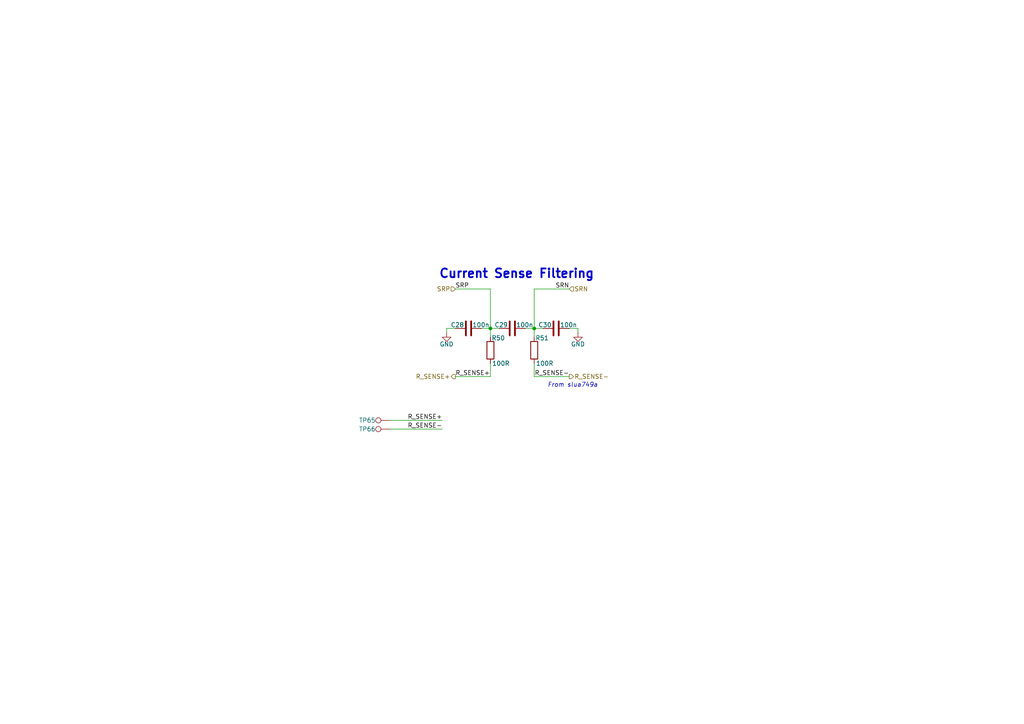
<source format=kicad_sch>
(kicad_sch (version 20250114) (generator "eeschema") (generator_version "9.0")
  (paper "A4")
  (lib_symbols
    (symbol "Connector:TestPoint" (pin_numbers (hide yes)) (pin_names (offset 0.762) (hide yes))
      (property "Reference" "TP" (at 0 6.858 0))
      (property "Value" "TestPoint" (at 0 5.08 0))
      (symbol "TestPoint_0_1"
        (circle (center 0 3.302) (radius 0.762))
      )
      (symbol "TestPoint_1_1"
        (pin passive line (at 0 0 90) (length 2.54) (name "1") (number "1"))
      )
    )
    (symbol "Device:C" (pin_numbers (hide yes)) (pin_names (offset 0.254))
      (property "Reference" "C" (at 0.635 2.54 0))
      (property "Value" "C" (at 0.635 -2.54 0))
      (symbol "C_0_1"
        (polyline (pts (xy -2.032 0.762) (xy 2.032 0.762)) (stroke (width 0.508)))
        (polyline (pts (xy -2.032 -0.762) (xy 2.032 -0.762)) (stroke (width 0.508)))
      )
      (symbol "C_1_1"
        (pin passive line (at 0 3.81 270) (length 2.794) (name "~") (number "1"))
        (pin passive line (at 0 -3.81 90) (length 2.794) (name "~") (number "2"))
      )
    )
    (symbol "Device:R" (pin_numbers (hide yes)) (pin_names (offset 0))
      (property "Reference" "R" (at 2.032 0 90))
      (property "Value" "R" (at 0 0 90))
      (symbol "R_0_1"
        (rectangle (start -1.016 -2.54) (end 1.016 2.54) (stroke (width 0.254)))
      )
      (symbol "R_1_1"
        (pin passive line (at 0 3.81 270) (length 1.27) (name "~") (number "1"))
        (pin passive line (at 0 -3.81 90) (length 1.27) (name "~") (number "2"))
      )
    )
    (symbol "power:GND" (power) (pin_numbers (hide yes)) (pin_names (offset 0) (hide yes))
      (property "Value" "GND" (at 0 -3.81 0))
      (symbol "GND_0_1"
        (polyline (pts (xy 0 0) (xy 0 -1.27) (xy 1.27 -1.27) (xy 0 -2.54) (xy -1.27 -1.27) (xy 0 -1.27)))
      )
      (symbol "GND_1_1"
        (pin power_in line (at 0 0 270) (length 0) (name "~") (number "1"))
      )
    )
  )
  (text "From slua749a" (at 166.116 111.76 0) (effects (font (size 1.27 1.27) (italic yes))))
  (text "Current Sense Filtering" (at 149.86 79.502 0) (effects (font (size 2.54 2.54) (thickness 0.508) (bold yes))))
  (junction (at 154.94 95.25))
  (junction (at 142.24 95.25))
  (wire (pts (xy 165.1 83.82) (xy 154.94 83.82)))
  (wire (pts (xy 154.94 95.25) (xy 157.48 95.25)))
  (wire (pts (xy 142.24 95.25) (xy 144.78 95.25)))
  (wire (pts (xy 154.94 109.22) (xy 165.1 109.22)))
  (wire (pts (xy 154.94 105.41) (xy 154.94 109.22)))
  (wire (pts (xy 142.24 83.82) (xy 142.24 95.25)))
  (wire (pts (xy 154.94 97.79) (xy 154.94 95.25)))
  (wire (pts (xy 132.08 109.22) (xy 142.24 109.22)))
  (wire (pts (xy 128.27 121.92) (xy 113.03 121.92)))
  (wire (pts (xy 142.24 105.41) (xy 142.24 109.22)))
  (wire (pts (xy 167.64 96.52) (xy 167.64 95.25)))
  (wire (pts (xy 165.1 95.25) (xy 167.64 95.25)))
  (wire (pts (xy 154.94 83.82) (xy 154.94 95.25)))
  (wire (pts (xy 142.24 95.25) (xy 139.7 95.25)))
  (wire (pts (xy 132.08 83.82) (xy 142.24 83.82)))
  (wire (pts (xy 129.54 96.52) (xy 129.54 95.25)))
  (wire (pts (xy 128.27 124.46) (xy 113.03 124.46)))
  (wire (pts (xy 129.54 95.25) (xy 132.08 95.25)))
  (wire (pts (xy 152.4 95.25) (xy 154.94 95.25)))
  (wire (pts (xy 142.24 97.79) (xy 142.24 95.25)))
  (label "R_SENSE-" (at 128.27 124.46 180))
  (label "R_SENSE-" (at 165.1 109.22 180))
  (label "R_SENSE+" (at 132.08 109.22 0))
  (label "SRP" (at 132.08 83.82 0))
  (label "SRN" (at 165.1 83.82 180))
  (label "R_SENSE+" (at 128.27 121.92 180))
  (hierarchical_label "R_SENSE+" (shape output) (at 132.08 109.22 180))
  (hierarchical_label "SRP" (shape input) (at 132.08 83.82 180))
  (hierarchical_label "SRN" (shape input) (at 165.1 83.82 0))
  (hierarchical_label "R_SENSE-" (shape output) (at 165.1 109.22 0))
  (symbol (lib_id "Device:C") (at 161.29 95.25 90) (unit 1)
    (property "Reference" "C30" (at 160.02 94.234 90) (effects (justify left)))
    (property "Value" "100n" (at 167.386 94.234 90) (effects (justify left)))
    (property "Footprint" "Capacitor_SMD:C_1206_3216Metric_Pad1.33x1.80mm_HandSolder" (effects (hide yes)))
    (property "Description" "Unpolarized capacitor" (effects (hide yes)))
    (property "Link" "https://mou.sr/4n9ybmQ" (effects (hide yes)))
    (property "Manufacturer Part Number" "CL31B104KBCNNNC" (effects (hide yes)))
    (property "Price per Unit" "0.11" (effects (hide yes)))
    (property "Supplier" "Mouser" (effects (hide yes)))
    (property "Supplier Part Number" "187-CL31B104KBCNNNC" (effects (hide yes)))
  )
  (symbol (lib_id "Device:R") (at 142.24 101.6 180) (unit 1)
    (property "Reference" "R50" (at 144.526 98.044 0))
    (property "Value" "100R" (at 145.288 105.41 0))
    (property "Description" "Resistor" (effects (hide yes)))
  )
  (symbol (lib_id "Device:C") (at 148.59 95.25 90) (unit 1)
    (property "Reference" "C29" (at 147.32 94.234 90) (effects (justify left)))
    (property "Value" "100n" (at 154.686 94.234 90) (effects (justify left)))
    (property "Footprint" "Capacitor_SMD:C_1206_3216Metric_Pad1.33x1.80mm_HandSolder" (effects (hide yes)))
    (property "Description" "Unpolarized capacitor" (effects (hide yes)))
    (property "Link" "https://mou.sr/4n9ybmQ" (effects (hide yes)))
    (property "Manufacturer Part Number" "CL31B104KBCNNNC" (effects (hide yes)))
    (property "Price per Unit" "0.11" (effects (hide yes)))
    (property "Supplier" "Mouser" (effects (hide yes)))
    (property "Supplier Part Number" "187-CL31B104KBCNNNC" (effects (hide yes)))
  )
  (symbol (lib_id "Connector:TestPoint") (at 113.03 121.92 90) (unit 1)
    (property "Reference" "TP65" (at 108.966 121.92 90) (effects (justify left)))
    (property "Value" "TestPoint" (effects (hide yes)))
    (property "Description" "test point" (effects (hide yes)))
  )
  (symbol (lib_id "power:GND") (at 167.64 96.52 0) (unit 1)
    (property "Reference" "#PWR025" (effects (hide yes)))
    (property "Value" "GND" (at 169.672 99.822 0) (effects (justify right)))
    (property "Description" "Power symbol creates a global label with name \"GND\" , ground" (effects (hide yes)))
  )
  (symbol (lib_id "Device:R") (at 154.94 101.6 180) (unit 1)
    (property "Reference" "R51" (at 157.226 98.044 0))
    (property "Value" "100R" (at 157.988 105.41 0))
    (property "Description" "Resistor" (effects (hide yes)))
  )
  (symbol (lib_id "Connector:TestPoint") (at 113.03 124.46 90) (unit 1)
    (property "Reference" "TP66" (at 108.966 124.46 90) (effects (justify left)))
    (property "Value" "TestPoint" (effects (hide yes)))
    (property "Description" "test point" (effects (hide yes)))
  )
  (symbol (lib_id "Device:C") (at 135.89 95.25 90) (unit 1)
    (property "Reference" "C28" (at 134.62 94.234 90) (effects (justify left)))
    (property "Value" "100n" (at 141.986 94.234 90) (effects (justify left)))
    (property "Footprint" "Capacitor_SMD:C_1206_3216Metric_Pad1.33x1.80mm_HandSolder" (effects (hide yes)))
    (property "Description" "Unpolarized capacitor" (effects (hide yes)))
    (property "Link" "https://mou.sr/4n9ybmQ" (effects (hide yes)))
    (property "Manufacturer Part Number" "CL31B104KBCNNNC" (effects (hide yes)))
    (property "Price per Unit" "0.11" (effects (hide yes)))
    (property "Supplier" "Mouser" (effects (hide yes)))
    (property "Supplier Part Number" "187-CL31B104KBCNNNC" (effects (hide yes)))
  )
  (symbol (lib_id "power:GND") (at 129.54 96.52 0) (unit 1)
    (property "Reference" "#PWR024" (effects (hide yes)))
    (property "Value" "GND" (at 131.572 99.822 0) (effects (justify right)))
    (property "Description" "Power symbol creates a global label with name \"GND\" , ground" (effects (hide yes)))
  )
)
</source>
